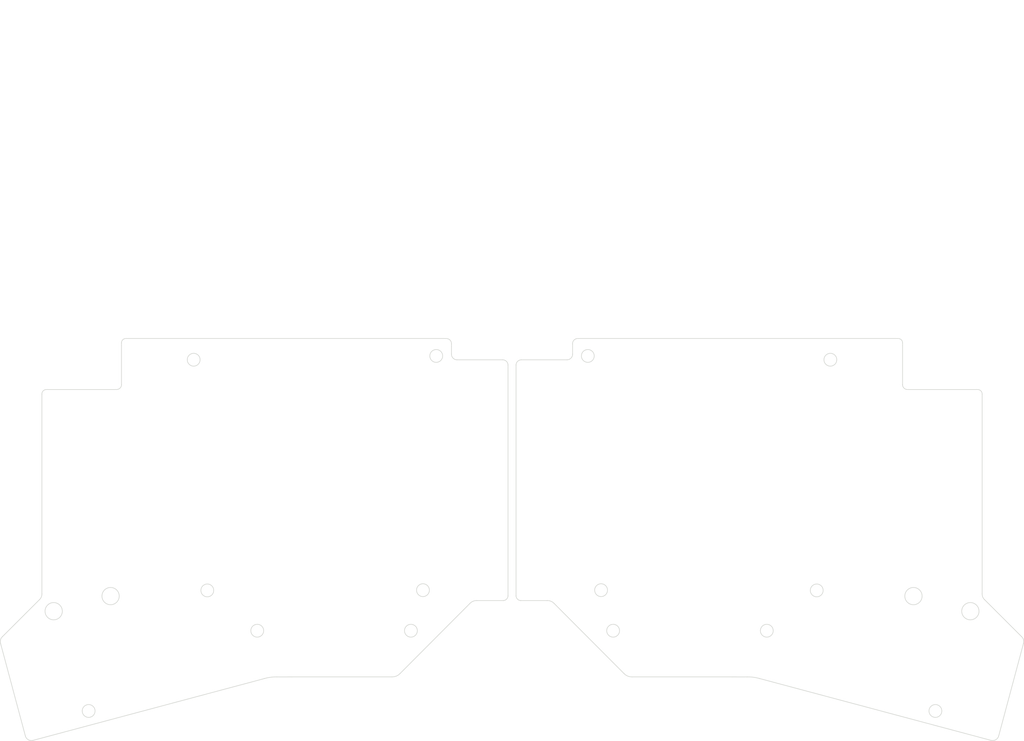
<source format=kicad_pcb>
(kicad_pcb (version 20211014) (generator pcbnew)
  (layers (0 "F.Cu" signal) (31 "B.Cu" signal) (34 "B.Paste" user) (35 "F.Paste" user) (36 "B.SilkS" user "B.Silkscreen") (37 "F.SilkS" user "F.Silkscreen") (38 "B.Mask" user) (39 "F.Mask" user) (44 "Edge.Cuts" user))
  (net 0 "")
  (footprint "jw_custom_footprint:MountingHole_3.2mm_M3_cutout" (layer "F.Cu") (at 228.887655 49.46345)
    (fp_text reference "TH1")
    (fp_text value "HOLE")
    (fp_circle (center 0 0) (end 1.6 0) (layer "Edge.Cuts") (width 0.15) (fill none))
  )
  (footprint "jw_custom_footprint:MountingHole_3.2mm_M3_cutout" (layer "F.Cu") (at 225.4967 106.9019)
    (fp_text reference "TH4")
    (fp_text value "HOLE")
    (fp_circle (center 0 0) (end 1.6 0) (layer "Edge.Cuts") (width 0.15) (fill none))
  )
  (footprint "jw_custom_footprint:MountingHole_4.3mm_M4_cutout" (layer "F.Cu") (at 249.562488 108.317413 180)
    (fp_text reference "MCU_1" hide)
    (fp_text value "HOLE")
    (fp_circle (center 0 0) (end 2.15 0) (layer "Edge.Cuts") (width 0.15) (fill none))
  )
  (footprint "jw_custom_footprint:MountingHole_3.2mm_M3_cutout" (layer "F.Cu") (at 171.839255 106.83925)
    (fp_text reference "TH3")
    (fp_text value "HOLE")
    (fp_circle (center 0 0) (end 1.6 0) (layer "Edge.Cuts") (width 0.15) (fill none))
  )
  (footprint "jw_custom_footprint:MountingHole_4.3mm_M4_cutout" (layer "F.Cu") (at 263.722262 112.076613)
    (fp_text reference "MCU_2" hide)
    (fp_text value "HOLE")
    (fp_circle (center 0 0) (end 2.15 0) (layer "Edge.Cuts") (width 0.15) (fill none))
  )
  (footprint "jw_custom_footprint:MountingHole_3.2mm_M3_cutout" (layer "F.Cu") (at 255.023488 136.917813)
    (fp_text reference "TH5")
    (fp_text value "HOLE")
    (fp_circle (center 0 0) (end 1.6 0) (layer "Edge.Cuts") (width 0.15) (fill none))
  )
  (footprint "jw_custom_footprint:MountingHole_3.2mm_M3_cutout" (layer "F.Cu") (at 213.071944 116.9337)
    (fp_text reference "JY_BT_2")
    (fp_text value "HOLE")
    (fp_circle (center 0 0) (end 1.6 0) (layer "Edge.Cuts") (width 0.15) (fill none))
  )
  (footprint "jw_custom_footprint:MountingHole_3.2mm_M3_cutout" (layer "F.Cu") (at 174.835688 116.9337)
    (fp_text reference "JY_BT_1")
    (fp_text value "HOLE")
    (fp_circle (center 0 0) (end 1.6 0) (layer "Edge.Cuts") (width 0.15) (fill none))
  )
  (footprint "jw_custom_footprint:MountingHole_3.2mm_M3_cutout" (layer "F.Cu") (at 168.536488 48.521613)
    (fp_text reference "TH2")
    (fp_text value "HOLE")
    (fp_circle (center 0 0) (end 1.6 0) (layer "Edge.Cuts") (width 0.15) (fill none))
  )
  (footprint "jw_custom_footprint:MountingHole_3.2mm_M3_cutout" (layer "B.Cu") (at 127.518801 106.83925 180)
    (fp_text reference "TH3")
    (fp_text value "HOLE")
    (fp_circle (center 0 0) (end 1.6 0) (layer "Edge.Cuts") (width 0.15) (fill none))
  )
  (footprint "jw_custom_footprint:MountingHole_3.2mm_M3_cutout" (layer "B.Cu") (at 44.334568 136.917813 180)
    (fp_text reference "TH5")
    (fp_text value "HOLE")
    (fp_circle (center 0 0) (end 1.6 0) (layer "Edge.Cuts") (width 0.15) (fill none))
  )
  (footprint "jw_custom_footprint:MountingHole_4.3mm_M4_cutout" (layer "B.Cu") (at 35.635794 112.076613 180)
    (fp_text reference "MCU_2" hide)
    (fp_text value "HOLE")
    (fp_circle (center 0 0) (end 2.15 0) (layer "Edge.Cuts") (width 0.15) (fill none))
  )
  (footprint "jw_custom_footprint:MountingHole_3.2mm_M3_cutout" (layer "B.Cu") (at 124.522368 116.9337 180)
    (fp_text reference "JY_BT_1")
    (fp_text value "HOLE")
    (fp_circle (center 0 0) (end 1.6 0) (layer "Edge.Cuts") (width 0.15) (fill none))
  )
  (footprint "jw_custom_footprint:MountingHole_3.2mm_M3_cutout" (layer "B.Cu") (at 70.470401 49.46345 180)
    (fp_text reference "TH1")
    (fp_text value "HOLE")
    (fp_circle (center 0 0) (end 1.6 0) (layer "Edge.Cuts") (width 0.15) (fill none))
  )
  (footprint "jw_custom_footprint:MountingHole_3.2mm_M3_cutout" (layer "B.Cu") (at 130.821568 48.521613 180)
    (fp_text reference "TH2")
    (fp_text value "HOLE")
    (fp_circle (center 0 0) (end 1.6 0) (layer "Edge.Cuts") (width 0.15) (fill none))
  )
  (footprint "jw_custom_footprint:MountingHole_3.2mm_M3_cutout" (layer "B.Cu") (at 73.861356 106.9019 180)
    (fp_text reference "TH4")
    (fp_text value "HOLE")
    (fp_circle (center 0 0) (end 1.6 0) (layer "Edge.Cuts") (width 0.15) (fill none))
  )
  (footprint "jw_custom_footprint:MountingHole_4.3mm_M4_cutout" (layer "B.Cu") (at 49.795568 108.317413)
    (fp_text reference "MCU_1" hide)
    (fp_text value "HOLE")
    (fp_circle (center 0 0) (end 2.15 0) (layer "Edge.Cuts") (width 0.15) (fill none))
  )
  (footprint "jw_custom_footprint:MountingHole_3.2mm_M3_cutout" (layer "B.Cu") (at 86.286112 116.9337 180)
    (fp_text reference "JY_BT_2")
    (fp_text value "HOLE")
    (fp_circle (center 0 0) (end 1.6 0) (layer "Edge.Cuts") (width 0.15) (fill none))
  )
  (gr_arc (start 22.414368 120.077613) (mid 22.414774 119.188919) (end 22.871568 118.426613) (layer "Edge.Cuts") (width 0.15))
  (gr_line (start 52.508016 55.666129) (end 52.508016 45.2843) (layer "Edge.Cuts") (width 0.15))
  (gr_arc (start 150.679028 50.781129) (mid 151.080737 49.859512) (end 152.0145 49.486934) (layer "Edge.Cuts") (width 0.15))
  (gr_arc (start 151.809862 109.430819) (mid 151.021856 109.059038) (end 150.679028 108.258019) (layer "Edge.Cuts") (width 0.15))
  (gr_line (start 177.554255 127.611019) (end 160.155255 110.144019) (layer "Edge.Cuts") (width 0.15))
  (gr_arc (start 164.746986 45.537894) (mid 165.103274 44.577379) (end 166.047288 44.1794) (layer "Edge.Cuts") (width 0.15))
  (gr_arc (start 179.586255 128.4262) (mid 178.483486 128.234896) (end 177.554255 127.611019) (layer "Edge.Cuts") (width 0.15))
  (gr_line (start 139.202801 110.144019) (end 121.803801 127.611019) (layer "Edge.Cuts") (width 0.15))
  (gr_line (start 147.548194 109.430819) (end 140.922201 109.430819) (layer "Edge.Cuts") (width 0.15))
  (gr_arc (start 136.004873 49.486934) (mid 135.019628 49.075279) (end 134.61107 48.088729) (layer "Edge.Cuts") (width 0.15))
  (gr_line (start 22.871568 118.426613) (end 32.146847 109.155613) (layer "Edge.Cuts") (width 0.15))
  (gr_line (start 268.843008 144.233013) (end 211.348828 128.860819) (layer "Edge.Cuts") (width 0.15))
  (gr_line (start 245.722773 44.179604) (end 166.047288 44.1794) (layer "Edge.Cuts") (width 0.15))
  (gr_line (start 32.702178 58.051219) (end 32.702178 107.784013) (layer "Edge.Cuts") (width 0.15))
  (gr_arc (start 52.508016 55.666129) (mid 52.152716 56.523966) (end 51.294877 56.879268) (layer "Edge.Cuts") (width 0.15))
  (gr_line (start 51.294877 56.879268) (end 33.870578 56.879268) (layer "Edge.Cuts") (width 0.15))
  (gr_arc (start 248.063179 56.879268) (mid 247.205334 56.523971) (end 246.85004 55.666129) (layer "Edge.Cuts") (width 0.15))
  (gr_line (start 136.004873 49.486934) (end 147.343556 49.486934) (layer "Edge.Cuts") (width 0.15))
  (gr_line (start 22.414368 120.077613) (end 28.588492 143.131316) (layer "Edge.Cuts") (width 0.15))
  (gr_arc (start 208.161255 128.4342) (mid 209.770892 128.529078) (end 211.348828 128.860819) (layer "Edge.Cuts") (width 0.15))
  (gr_arc (start 147.343556 49.486934) (mid 148.2773 49.859531) (end 148.679028 50.781129) (layer "Edge.Cuts") (width 0.15))
  (gr_line (start 267.211209 109.155613) (end 276.486488 118.426613) (layer "Edge.Cuts") (width 0.15))
  (gr_arc (start 121.803801 127.611019) (mid 120.874567 128.23489) (end 119.771801 128.4262) (layer "Edge.Cuts") (width 0.15))
  (gr_arc (start 148.679028 108.258019) (mid 148.336185 109.059024) (end 147.548194 109.430819) (layer "Edge.Cuts") (width 0.15))
  (gr_arc (start 267.211209 109.155613) (mid 266.793366 108.526569) (end 266.655878 107.784013) (layer "Edge.Cuts") (width 0.15))
  (gr_line (start 152.0145 49.486934) (end 163.353183 49.486934) (layer "Edge.Cuts") (width 0.15))
  (gr_line (start 246.85004 45.2843) (end 246.85004 55.666129) (layer "Edge.Cuts") (width 0.15))
  (gr_line (start 148.679028 108.258019) (end 148.679028 50.781129) (layer "Edge.Cuts") (width 0.15))
  (gr_arc (start 265.487478 56.879268) (mid 266.327259 57.210445) (end 266.655878 58.051219) (layer "Edge.Cuts") (width 0.15))
  (gr_arc (start 88.009228 128.860819) (mid 89.587163 128.529066) (end 91.196801 128.4342) (layer "Edge.Cuts") (width 0.15))
  (gr_arc (start 158.435855 109.430819) (mid 159.371784 109.603642) (end 160.155255 110.144019) (layer "Edge.Cuts") (width 0.15))
  (gr_line (start 208.161255 128.4342) (end 179.586255 128.4262) (layer "Edge.Cuts") (width 0.15))
  (gr_line (start 158.435855 109.430819) (end 151.809862 109.430819) (layer "Edge.Cuts") (width 0.15))
  (gr_line (start 270.769564 143.131316) (end 276.943688 120.077613) (layer "Edge.Cuts") (width 0.15))
  (gr_line (start 133.310768 44.1794) (end 53.635283 44.179604) (layer "Edge.Cuts") (width 0.15))
  (gr_arc (start 270.769564 143.131316) (mid 270.035668 144.08327) (end 268.843008 144.233013) (layer "Edge.Cuts") (width 0.15))
  (gr_arc (start 139.202801 110.144019) (mid 139.986269 109.603634) (end 140.922201 109.430819) (layer "Edge.Cuts") (width 0.15))
  (gr_arc (start 164.746986 48.088729) (mid 164.338455 49.075306) (end 163.353183 49.486934) (layer "Edge.Cuts") (width 0.15))
  (gr_arc (start 52.508016 45.2843) (mid 52.833355 44.488788) (end 53.635283 44.179604) (layer "Edge.Cuts") (width 0.15))
  (gr_arc (start 245.722773 44.179604) (mid 246.524698 44.48879) (end 246.85004 45.2843) (layer "Edge.Cuts") (width 0.15))
  (gr_line (start 150.679028 50.781129) (end 150.679028 108.258019) (layer "Edge.Cuts") (width 0.15))
  (gr_arc (start 276.486488 118.426613) (mid 276.943269 119.188923) (end 276.943688 120.077613) (layer "Edge.Cuts") (width 0.15))
  (gr_arc (start 30.515048 144.233013) (mid 29.322365 144.08331) (end 28.588492 143.131316) (layer "Edge.Cuts") (width 0.15))
  (gr_line (start 265.487478 56.879268) (end 248.063179 56.879268) (layer "Edge.Cuts") (width 0.15))
  (gr_line (start 134.61107 48.088729) (end 134.61107 45.537894) (layer "Edge.Cuts") (width 0.15))
  (gr_line (start 88.009228 128.860819) (end 30.515048 144.233013) (layer "Edge.Cuts") (width 0.15))
  (gr_line (start 164.746986 45.537894) (end 164.746986 48.088729) (layer "Edge.Cuts") (width 0.15))
  (gr_arc (start 32.702178 107.784013) (mid 32.564698 108.526572) (end 32.146847 109.155613) (layer "Edge.Cuts") (width 0.15))
  (gr_arc (start 133.310768 44.1794) (mid 134.254798 44.577363) (end 134.61107 45.537894) (layer "Edge.Cuts") (width 0.15))
  (gr_arc (start 32.702178 58.051219) (mid 33.030816 57.210465) (end 33.870578 56.879268) (layer "Edge.Cuts") (width 0.15))
  (gr_line (start 119.771801 128.4262) (end 91.196801 128.4342) (layer "Edge.Cuts") (width 0.15))
  (gr_line (start 266.655878 107.784013) (end 266.655878 58.051219) (layer "Edge.Cuts") (width 0.15))
)
</source>
